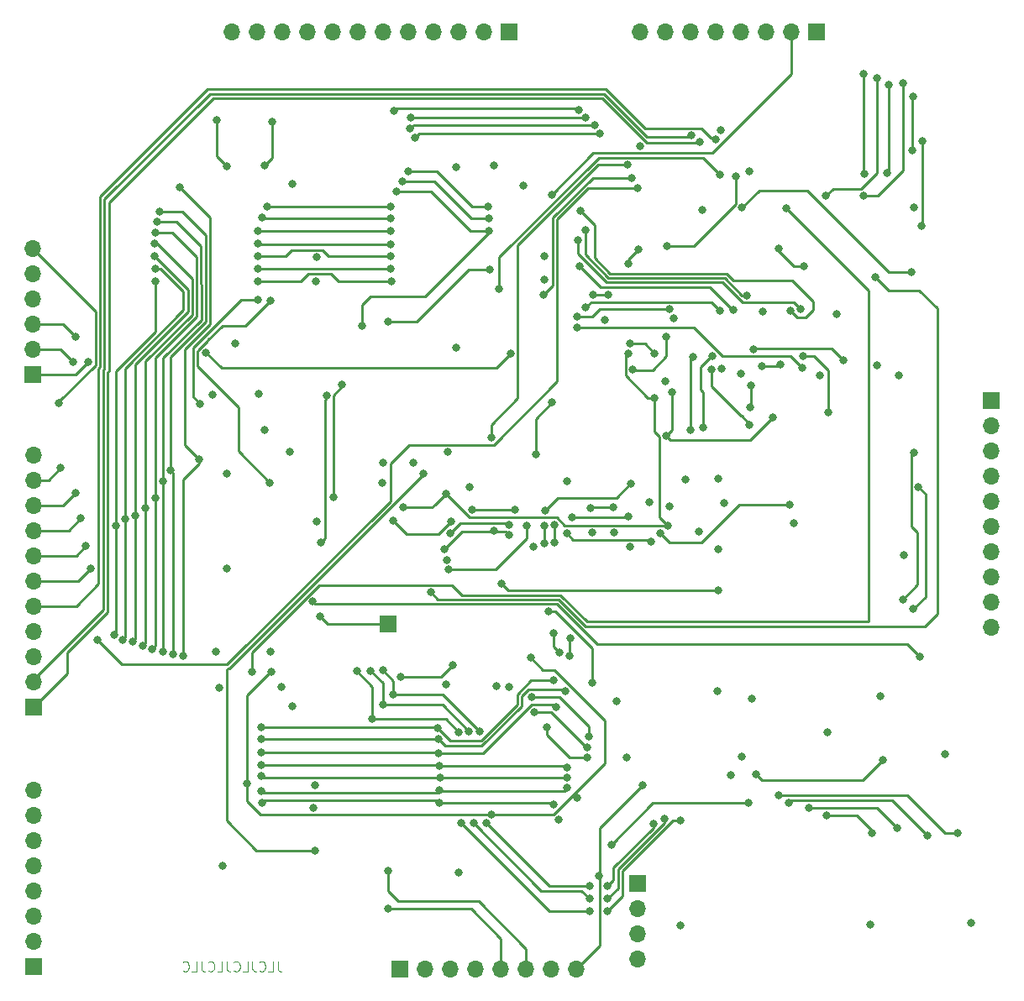
<source format=gbr>
%TF.GenerationSoftware,KiCad,Pcbnew,(6.0.0-0)*%
%TF.CreationDate,2022-02-14T22:32:36-05:00*%
%TF.ProjectId,control-unit,636f6e74-726f-46c2-9d75-6e69742e6b69,rev?*%
%TF.SameCoordinates,Original*%
%TF.FileFunction,Copper,L4,Bot*%
%TF.FilePolarity,Positive*%
%FSLAX46Y46*%
G04 Gerber Fmt 4.6, Leading zero omitted, Abs format (unit mm)*
G04 Created by KiCad (PCBNEW (6.0.0-0)) date 2022-02-14 22:32:36*
%MOMM*%
%LPD*%
G01*
G04 APERTURE LIST*
%ADD10C,0.100000*%
%TA.AperFunction,NonConductor*%
%ADD11C,0.100000*%
%TD*%
%TA.AperFunction,ComponentPad*%
%ADD12R,1.700000X1.700000*%
%TD*%
%TA.AperFunction,ComponentPad*%
%ADD13O,1.700000X1.700000*%
%TD*%
%TA.AperFunction,ViaPad*%
%ADD14C,0.800000*%
%TD*%
%TA.AperFunction,Conductor*%
%ADD15C,0.250000*%
%TD*%
G04 APERTURE END LIST*
D10*
D11*
X109013047Y-151344380D02*
X109013047Y-152058666D01*
X109060666Y-152201523D01*
X109155904Y-152296761D01*
X109298761Y-152344380D01*
X109394000Y-152344380D01*
X108060666Y-152344380D02*
X108536857Y-152344380D01*
X108536857Y-151344380D01*
X107155904Y-152249142D02*
X107203523Y-152296761D01*
X107346380Y-152344380D01*
X107441619Y-152344380D01*
X107584476Y-152296761D01*
X107679714Y-152201523D01*
X107727333Y-152106285D01*
X107774952Y-151915809D01*
X107774952Y-151772952D01*
X107727333Y-151582476D01*
X107679714Y-151487238D01*
X107584476Y-151392000D01*
X107441619Y-151344380D01*
X107346380Y-151344380D01*
X107203523Y-151392000D01*
X107155904Y-151439619D01*
X106441619Y-151344380D02*
X106441619Y-152058666D01*
X106489238Y-152201523D01*
X106584476Y-152296761D01*
X106727333Y-152344380D01*
X106822571Y-152344380D01*
X105489238Y-152344380D02*
X105965428Y-152344380D01*
X105965428Y-151344380D01*
X104584476Y-152249142D02*
X104632095Y-152296761D01*
X104774952Y-152344380D01*
X104870190Y-152344380D01*
X105013047Y-152296761D01*
X105108285Y-152201523D01*
X105155904Y-152106285D01*
X105203523Y-151915809D01*
X105203523Y-151772952D01*
X105155904Y-151582476D01*
X105108285Y-151487238D01*
X105013047Y-151392000D01*
X104870190Y-151344380D01*
X104774952Y-151344380D01*
X104632095Y-151392000D01*
X104584476Y-151439619D01*
X103870190Y-151344380D02*
X103870190Y-152058666D01*
X103917809Y-152201523D01*
X104013047Y-152296761D01*
X104155904Y-152344380D01*
X104251142Y-152344380D01*
X102917809Y-152344380D02*
X103394000Y-152344380D01*
X103394000Y-151344380D01*
X102013047Y-152249142D02*
X102060666Y-152296761D01*
X102203523Y-152344380D01*
X102298761Y-152344380D01*
X102441619Y-152296761D01*
X102536857Y-152201523D01*
X102584476Y-152106285D01*
X102632095Y-151915809D01*
X102632095Y-151772952D01*
X102584476Y-151582476D01*
X102536857Y-151487238D01*
X102441619Y-151392000D01*
X102298761Y-151344380D01*
X102203523Y-151344380D01*
X102060666Y-151392000D01*
X102013047Y-151439619D01*
X101298761Y-151344380D02*
X101298761Y-152058666D01*
X101346380Y-152201523D01*
X101441619Y-152296761D01*
X101584476Y-152344380D01*
X101679714Y-152344380D01*
X100346380Y-152344380D02*
X100822571Y-152344380D01*
X100822571Y-151344380D01*
X99441619Y-152249142D02*
X99489238Y-152296761D01*
X99632095Y-152344380D01*
X99727333Y-152344380D01*
X99870190Y-152296761D01*
X99965428Y-152201523D01*
X100013047Y-152106285D01*
X100060666Y-151915809D01*
X100060666Y-151772952D01*
X100013047Y-151582476D01*
X99965428Y-151487238D01*
X99870190Y-151392000D01*
X99727333Y-151344380D01*
X99632095Y-151344380D01*
X99489238Y-151392000D01*
X99441619Y-151439619D01*
D12*
%TO.P,J9,1,Pin_1*%
%TO.N,Net-(U12-Pad22)*%
X120142000Y-117348000D03*
%TD*%
%TO.P,J8,1,Pin_1*%
%TO.N,Net-(U15-Pad22)*%
X145288000Y-143510000D03*
D13*
%TO.P,J8,2,Pin_2*%
%TO.N,Net-(U15-Pad21)*%
X145288000Y-146050000D03*
%TO.P,J8,3,Pin_3*%
%TO.N,Net-(U15-Pad20)*%
X145288000Y-148590000D03*
%TO.P,J8,4,Pin_4*%
%TO.N,Net-(U15-Pad19)*%
X145288000Y-151130000D03*
%TD*%
D12*
%TO.P,J1,1,Pin_1*%
%TO.N,~{READ}*%
X121356000Y-152077000D03*
D13*
%TO.P,J1,2,Pin_2*%
%TO.N,~{WRITE}*%
X123896000Y-152077000D03*
%TO.P,J1,3,Pin_3*%
%TO.N,~{IRQ_MASK_PORT_EN}*%
X126436000Y-152077000D03*
%TO.P,J1,4,Pin_4*%
%TO.N,~{IO_REQUEST}*%
X128976000Y-152077000D03*
%TO.P,J1,5,Pin_5*%
%TO.N,~{CPU_INTERRUPT}*%
X131516000Y-152077000D03*
%TO.P,J1,6,Pin_6*%
%TO.N,~{RESET_IN}*%
X134056000Y-152077000D03*
%TO.P,J1,7,Pin_7*%
%TO.N,CLOCK*%
X136596000Y-152077000D03*
%TO.P,J1,8,Pin_8*%
%TO.N,~{CLOCK}*%
X139136000Y-152077000D03*
%TD*%
D12*
%TO.P,J3,1,Pin_1*%
%TO.N,~{LATCH_FLAGS}*%
X84446000Y-125675000D03*
D13*
%TO.P,J3,2,Pin_2*%
%TO.N,RESTORE_FLAGS*%
X84446000Y-123135000D03*
%TO.P,J3,3,Pin_3*%
%TO.N,~{FLAGS_OUT}*%
X84446000Y-120595000D03*
%TO.P,J3,4,Pin_4*%
%TO.N,~{LATCH_B}*%
X84446000Y-118055000D03*
%TO.P,J3,5,Pin_5*%
%TO.N,~{LATCH_ACCUMULATOR}*%
X84446000Y-115515000D03*
%TO.P,J3,6,Pin_6*%
%TO.N,ALU_FUNC_0*%
X84446000Y-112975000D03*
%TO.P,J3,7,Pin_7*%
%TO.N,ALU_FUNC_1*%
X84446000Y-110435000D03*
%TO.P,J3,8,Pin_8*%
%TO.N,ALU_FUNC_2*%
X84446000Y-107895000D03*
%TO.P,J3,9,Pin_9*%
%TO.N,ALU_FUNC_3*%
X84446000Y-105355000D03*
%TO.P,J3,10,Pin_10*%
%TO.N,ALU_FUNC_4*%
X84446000Y-102815000D03*
%TO.P,J3,11,Pin_11*%
%TO.N,ALU_FUNC_5_EN*%
X84446000Y-100275000D03*
%TD*%
D12*
%TO.P,J4,1,Pin_1*%
%TO.N,BUS0*%
X180916000Y-94812000D03*
D13*
%TO.P,J4,2,Pin_2*%
%TO.N,BUS1*%
X180916000Y-97352000D03*
%TO.P,J4,3,Pin_3*%
%TO.N,BUS2*%
X180916000Y-99892000D03*
%TO.P,J4,4,Pin_4*%
%TO.N,BUS3*%
X180916000Y-102432000D03*
%TO.P,J4,5,Pin_5*%
%TO.N,BUS4*%
X180916000Y-104972000D03*
%TO.P,J4,6,Pin_6*%
%TO.N,BUS5*%
X180916000Y-107512000D03*
%TO.P,J4,7,Pin_7*%
%TO.N,BUS6*%
X180916000Y-110052000D03*
%TO.P,J4,8,Pin_8*%
%TO.N,BUS7*%
X180916000Y-112592000D03*
%TO.P,J4,9,Pin_9*%
%TO.N,GND*%
X180916000Y-115132000D03*
%TO.P,J4,10,Pin_10*%
%TO.N,VCC*%
X180916000Y-117672000D03*
%TD*%
D12*
%TO.P,J5,1,Pin_1*%
%TO.N,JCC_ADR0*%
X84328000Y-92167000D03*
D13*
%TO.P,J5,2,Pin_2*%
%TO.N,JCC_ADR1*%
X84328000Y-89627000D03*
%TO.P,J5,3,Pin_3*%
%TO.N,JCC_ADR2*%
X84328000Y-87087000D03*
%TO.P,J5,4,Pin_4*%
%TO.N,JCC_ADR3*%
X84328000Y-84547000D03*
%TO.P,J5,5,Pin_5*%
%TO.N,~{JCC_EN}*%
X84328000Y-82007000D03*
%TO.P,J5,6,Pin_6*%
%TO.N,JCC_LD_PC_COND*%
X84328000Y-79467000D03*
%TD*%
D12*
%TO.P,J6,1,Pin_1*%
%TO.N,~{LATCH_MAR}*%
X132319000Y-57658000D03*
D13*
%TO.P,J6,2,Pin_2*%
%TO.N,~{LATCH_DATA_SEGMENT}*%
X129779000Y-57658000D03*
%TO.P,J6,3,Pin_3*%
%TO.N,~{LATCH_CODE_SEGMENT}*%
X127239000Y-57658000D03*
%TO.P,J6,4,Pin_4*%
%TO.N,~{LATCH_STACK_SEGMENT}*%
X124699000Y-57658000D03*
%TO.P,J6,5,Pin_5*%
%TO.N,~{DATA_SEGMENT_OUT}*%
X122159000Y-57658000D03*
%TO.P,J6,6,Pin_6*%
%TO.N,~{CODE_SEGMENT_OUT}*%
X119619000Y-57658000D03*
%TO.P,J6,7,Pin_7*%
%TO.N,~{STACK_SEGMENT_OUT}*%
X117079000Y-57658000D03*
%TO.P,J6,8,Pin_8*%
%TO.N,~{USE_DATA_SEGMENT}*%
X114539000Y-57658000D03*
%TO.P,J6,9,Pin_9*%
%TO.N,~{USE_CODE_SEGMENT}*%
X111999000Y-57658000D03*
%TO.P,J6,10,Pin_10*%
%TO.N,~{USE_STACK_SEGMENT}*%
X109459000Y-57658000D03*
%TO.P,J6,11,Pin_11*%
%TO.N,~{MEM_READ}*%
X106919000Y-57658000D03*
%TO.P,J6,12,Pin_12*%
%TO.N,~{MEM_WRITE}*%
X104379000Y-57658000D03*
%TD*%
D12*
%TO.P,J7,1,Pin_1*%
%TO.N,~{PC_BUS_OUT}*%
X163316000Y-57642000D03*
D13*
%TO.P,J7,2,Pin_2*%
%TO.N,~{PC_LOAD}*%
X160776000Y-57642000D03*
%TO.P,J7,3,Pin_3*%
%TO.N,~{PC_INC}*%
X158236000Y-57642000D03*
%TO.P,J7,4,Pin_4*%
%TO.N,~{PC_DEC}*%
X155696000Y-57642000D03*
%TO.P,J7,5,Pin_5*%
%TO.N,~{SP_BUS_OUT}*%
X153156000Y-57642000D03*
%TO.P,J7,6,Pin_6*%
%TO.N,~{SP_LOAD}*%
X150616000Y-57642000D03*
%TO.P,J7,7,Pin_7*%
%TO.N,~{SP_INC}*%
X148076000Y-57642000D03*
%TO.P,J7,8,Pin_8*%
%TO.N,~{SP_DEC}*%
X145536000Y-57642000D03*
%TD*%
D12*
%TO.P,J2,1,Pin_1*%
%TO.N,~{SOFTWARE_RESET}*%
X84446000Y-151832000D03*
D13*
%TO.P,J2,2,Pin_2*%
%TO.N,GPR6*%
X84446000Y-149292000D03*
%TO.P,J2,3,Pin_3*%
%TO.N,GPR5*%
X84446000Y-146752000D03*
%TO.P,J2,4,Pin_4*%
%TO.N,GPR4*%
X84446000Y-144212000D03*
%TO.P,J2,5,Pin_5*%
%TO.N,GPR3*%
X84446000Y-141672000D03*
%TO.P,J2,6,Pin_6*%
%TO.N,GPR2*%
X84446000Y-139132000D03*
%TO.P,J2,7,Pin_7*%
%TO.N,GPR1*%
X84446000Y-136592000D03*
%TO.P,J2,8,Pin_8*%
%TO.N,GPR0*%
X84446000Y-134052000D03*
%TD*%
D14*
%TO.N,~{SP_BUS_OUT}*%
X170434000Y-71882000D03*
%TO.N,Net-(U16-Pad5)*%
X162052000Y-81280000D03*
X159512000Y-79502000D03*
%TO.N,~{FLAGS_OUT}*%
X160274000Y-75438000D03*
%TO.N,~{SP_LOAD}*%
X172974000Y-69596000D03*
%TO.N,~{LATCH_MAR}*%
X173946000Y-68652304D03*
%TO.N,~{RESET_IN}*%
X120142000Y-142240000D03*
%TO.N,~{CPU_INTERRUPT}*%
X120142000Y-146050000D03*
%TO.N,INST3*%
X126676999Y-121461001D03*
X121412000Y-122682000D03*
%TO.N,ALU_FUNC_0*%
X90170000Y-111760000D03*
%TO.N,ALU_FUNC_1*%
X89662000Y-109474000D03*
%TO.N,ALU_FUNC_2*%
X89154000Y-106680000D03*
%TO.N,ALU_FUNC_3*%
X88646000Y-104140000D03*
%TO.N,ALU_FUNC_4*%
X87122000Y-101600000D03*
%TO.N,Net-(U12-Pad22)*%
X113284000Y-116586000D03*
%TO.N,JCC_ADR0*%
X89916000Y-90932000D03*
%TO.N,JCC_ADR1*%
X88392000Y-90932000D03*
%TO.N,JCC_ADR2*%
X88646000Y-88392000D03*
%TO.N,MEM1*%
X150622000Y-97790000D03*
X150876000Y-90424000D03*
%TO.N,MEM2*%
X151892000Y-97536000D03*
X152798700Y-90314700D03*
%TO.N,~{RESET_IN}*%
X126403701Y-108169701D03*
X132366599Y-107312710D03*
%TO.N,~{CLOCK}*%
X141385269Y-142710500D03*
%TO.N,~{RESET}*%
X148349220Y-107400511D03*
X125946000Y-104182000D03*
X121663299Y-105584701D03*
X144335831Y-90032999D03*
X144366000Y-81022000D03*
X147017579Y-94505456D03*
X145386000Y-79542000D03*
%TO.N,~{LATCH_ACCUMULATOR}*%
X155166000Y-72212000D03*
X153186803Y-68438943D03*
X148246000Y-79192000D03*
%TO.N,~{LATCH_B}*%
X145286000Y-73412000D03*
X90826000Y-118952000D03*
%TO.N,~{FLAGS_OUT}*%
X106416000Y-122132000D03*
%TO.N,RESTORE_FLAGS*%
X150727400Y-68066500D03*
%TO.N,~{LATCH_FLAGS}*%
X151520903Y-68717829D03*
%TO.N,JCC_LD_PC_COND*%
X86956000Y-95072000D03*
%TO.N,INSTRUCTION_4*%
X138709445Y-106597500D03*
X144329107Y-106485107D03*
%TO.N,INSTRUCTION_0*%
X160646000Y-105262000D03*
X147574000Y-108204000D03*
%TO.N,GND*%
X112856000Y-82792000D03*
X155766000Y-130702000D03*
X148066000Y-92842000D03*
X161036000Y-107188000D03*
X126136000Y-99971873D03*
X127256000Y-142352000D03*
X133766000Y-73152000D03*
X171646000Y-92232000D03*
X153986000Y-105162000D03*
X144546000Y-109546500D03*
X126021304Y-110857883D03*
X149558151Y-147749500D03*
X173166000Y-75352000D03*
X135926000Y-82582999D03*
X102776000Y-120142000D03*
X112928133Y-80346500D03*
X103906000Y-102182000D03*
X126966000Y-71242000D03*
X164446000Y-128232000D03*
X132334000Y-123698000D03*
X107076000Y-94142000D03*
X112966000Y-106952000D03*
X151806000Y-75562000D03*
X110486000Y-72992000D03*
X102870000Y-66548000D03*
X155696000Y-92062000D03*
X148476000Y-105502000D03*
X103886000Y-111712000D03*
X178853500Y-147495500D03*
X122682000Y-101092000D03*
X172121500Y-110374086D03*
X156526000Y-71642000D03*
X138186000Y-102952000D03*
X153406000Y-109792000D03*
X125986000Y-123422000D03*
X103136000Y-123752000D03*
X112753300Y-133576500D03*
X104706000Y-89002000D03*
X134816000Y-109522000D03*
X135926000Y-80232000D03*
X119634000Y-101092000D03*
X103436000Y-141662000D03*
X168758651Y-147646000D03*
X103886000Y-71142000D03*
X176296000Y-130462000D03*
X127006000Y-89482000D03*
X110266000Y-99922000D03*
X110476000Y-125642000D03*
X137360189Y-137060478D03*
X112614978Y-135837500D03*
X163646000Y-92242000D03*
%TO.N,VCC*%
X153426000Y-102692000D03*
X154696000Y-132552000D03*
X140684789Y-108097500D03*
X107716000Y-97746500D03*
X148926000Y-86472000D03*
X131086000Y-123622000D03*
X109356000Y-123702000D03*
X142826000Y-105582000D03*
X151426000Y-108022000D03*
X119576000Y-103062000D03*
X169376000Y-91262000D03*
X156806000Y-124892000D03*
X165336000Y-86032000D03*
X128326000Y-103512000D03*
X153670000Y-67564000D03*
X150085468Y-102782062D03*
X102406000Y-94202000D03*
X107696000Y-71112000D03*
X130826000Y-71052000D03*
X108458000Y-66692000D03*
X169726000Y-124582000D03*
X145495747Y-69107753D03*
X141996000Y-86682000D03*
X153753723Y-91602385D03*
X153316000Y-124122000D03*
X142876000Y-108092000D03*
X140556000Y-105592000D03*
X146448805Y-105001115D03*
X144176000Y-130812000D03*
X157866000Y-85842000D03*
X143206000Y-125112000D03*
X108286000Y-120122000D03*
%TO.N,~{JCC_EN}*%
X101781222Y-89947032D03*
X132471500Y-90062000D03*
%TO.N,~{SP_BUS_OUT}*%
X170576000Y-62982000D03*
%TO.N,~{SP_LOAD}*%
X173016000Y-64132000D03*
%TO.N,~{PC_BUS_OUT}*%
X168046000Y-74142000D03*
X172036000Y-62822000D03*
%TO.N,~{PC_LOAD}*%
X134076000Y-107442000D03*
X134996000Y-100222000D03*
X136674425Y-94967500D03*
X126196000Y-111842000D03*
X136620606Y-74032795D03*
%TO.N,~{PC_INC}*%
X168076000Y-61837989D03*
X168106000Y-71932000D03*
%TO.N,~{PC_DEC}*%
X164236000Y-74152000D03*
X169416000Y-62287500D03*
%TO.N,~{RESET_STEP_COUNTER}*%
X144686000Y-72322000D03*
X135836000Y-84092000D03*
%TO.N,Net-(U2-Pad1)*%
X170016000Y-131052000D03*
X157206000Y-132512000D03*
%TO.N,Net-(D14-Pad2)*%
X146600010Y-109008728D03*
X138176000Y-108204000D03*
%TO.N,Net-(U1-Pad9)*%
X155819937Y-75293878D03*
X172856000Y-81802000D03*
X173150500Y-100064168D03*
X172036000Y-114822000D03*
%TO.N,~{TRIGGER_RESET_STEP}*%
X144232026Y-71016500D03*
X130518273Y-98522872D03*
%TO.N,MEM0*%
X148771500Y-93912333D03*
X158946000Y-96462000D03*
X148197327Y-98369531D03*
%TO.N,~{SPR_FLAGS_ACC_B_EN}*%
X153586000Y-72012000D03*
X131346000Y-83562000D03*
%TO.N,MEM2*%
X156966000Y-89592000D03*
X165996000Y-90722000D03*
%TO.N,~{SEGMENT_REGISTER_EN}*%
X156548019Y-97208618D03*
X152725299Y-91631299D03*
%TO.N,~{LATCH_MAR}*%
X173926489Y-77181511D03*
%TO.N,/~{WR_STACK}*%
X156676000Y-93262000D03*
X156666000Y-95432000D03*
%TO.N,/~{WR_DATA}*%
X164516000Y-96006011D03*
X161923700Y-90299700D03*
%TO.N,~{USE_CODE_SEGMENT}*%
X139271500Y-78642000D03*
X161685668Y-85562121D03*
%TO.N,Net-(U10-Pad4)*%
X169276000Y-82362000D03*
X124417297Y-114126500D03*
%TO.N,SPR_FLAGS_ACC_B_CNTL_3*%
X139336000Y-65542000D03*
X120697128Y-65566500D03*
%TO.N,SPR_FLAGS_ACC_B_CNTL_2*%
X122428000Y-66266500D03*
X140029603Y-66271510D03*
%TO.N,SPR_FLAGS_ACC_B_CNTL_1*%
X122370535Y-67376064D03*
X140959340Y-66996010D03*
%TO.N,SPR_FLAGS_ACC_B_CNTL_0*%
X141468447Y-67856135D03*
X122840245Y-68258322D03*
%TO.N,~{USE_STACK_SEGMENT}*%
X156316000Y-84192000D03*
X139996000Y-77602000D03*
X159686000Y-91162000D03*
X157796000Y-91312000D03*
%TO.N,~{USE_DATA_SEGMENT}*%
X161866822Y-91455521D03*
X139166000Y-87452000D03*
%TO.N,~{MEM_READ}*%
X160666000Y-85702000D03*
X139496000Y-75632000D03*
%TO.N,Net-(U18-Pad11)*%
X173600500Y-103482000D03*
X173076000Y-115832000D03*
%TO.N,~{LATCH_STACK_SEGMENT}*%
X140818864Y-84139126D03*
X142296000Y-84139126D03*
%TO.N,Net-(U13-Pad10)*%
X147016000Y-90012000D03*
X144491675Y-89045721D03*
%TO.N,Net-(U13-Pad14)*%
X148196000Y-88347989D03*
X144806000Y-91692000D03*
%TO.N,~{STACK_SEGMENT_OUT}*%
X139436000Y-81222000D03*
X154946000Y-85692000D03*
%TO.N,~{DATA_SEGMENT_OUT}*%
X153586000Y-85732000D03*
X140056000Y-85432000D03*
%TO.N,~{CODE_SEGMENT_OUT}*%
X139206000Y-86302000D03*
X148459337Y-85588127D03*
%TO.N,~{INSTRUCTION_REG_IN}*%
X173736000Y-120650000D03*
X112527003Y-115067003D03*
%TO.N,INST7*%
X130276000Y-77712000D03*
X114646000Y-104512000D03*
X120966000Y-73752000D03*
X140701812Y-123210062D03*
X115516000Y-93192000D03*
X116976000Y-122052000D03*
X136906000Y-109142000D03*
X136906000Y-107342000D03*
X127276000Y-128212000D03*
X117516000Y-87262000D03*
X118566000Y-126872000D03*
X136322871Y-116040500D03*
%TO.N,INST2*%
X142240000Y-143764000D03*
X107326000Y-127762000D03*
X140462000Y-143764000D03*
X98446000Y-120362000D03*
X107936631Y-75241321D03*
X97110181Y-75741478D03*
X130048000Y-137414000D03*
X125146000Y-127832000D03*
X120406000Y-75232000D03*
X136812549Y-123012253D03*
X98205000Y-101852000D03*
X146870849Y-137472849D03*
%TO.N,INST1*%
X107346000Y-128952000D03*
X148023104Y-136956298D03*
X142240000Y-145034000D03*
X125216000Y-128932000D03*
X97416000Y-120072000D03*
X107395123Y-76338278D03*
X128778000Y-137414000D03*
X140462000Y-145034000D03*
X97480500Y-102961526D03*
X120406000Y-76422000D03*
X138013700Y-124114298D03*
X96866000Y-76782000D03*
%TO.N,INST0*%
X96656000Y-77852000D03*
X107021500Y-77722000D03*
X127508000Y-137414000D03*
X96690500Y-104657959D03*
X96377661Y-119846292D03*
X142240000Y-146304000D03*
X107356000Y-130242000D03*
X137047089Y-125692500D03*
X125246000Y-130342000D03*
X149606000Y-137160000D03*
X120406000Y-77722000D03*
X140462000Y-146304000D03*
%TO.N,STEP3*%
X96576000Y-78992000D03*
X138176000Y-131826000D03*
X125326000Y-131632000D03*
X107021500Y-78992000D03*
X120416000Y-79012000D03*
X107346000Y-131552000D03*
X95691500Y-105622200D03*
X168910000Y-138430000D03*
X164338000Y-136652000D03*
X95386000Y-119512000D03*
%TO.N,STEP2*%
X138176000Y-132842000D03*
X94661500Y-106362000D03*
X94396000Y-119072000D03*
X107381110Y-132627500D03*
X162560000Y-135890000D03*
X96606000Y-80262000D03*
X107021500Y-80252000D03*
X171450000Y-137922000D03*
X120396000Y-80272000D03*
X125346000Y-132852000D03*
%TO.N,STEP1*%
X93606000Y-106762000D03*
X160542448Y-135344500D03*
X93396147Y-118923779D03*
X138176000Y-133858000D03*
X120406000Y-81492000D03*
X174498000Y-138684000D03*
X96656000Y-81512000D03*
X125326000Y-134112000D03*
X107021500Y-81502000D03*
X107384731Y-134146500D03*
%TO.N,STEP0*%
X156464000Y-135382000D03*
X159512000Y-134620000D03*
X92533300Y-118419300D03*
X107021500Y-82802000D03*
X136780400Y-135527600D03*
X96696000Y-82802000D03*
X125336000Y-135392000D03*
X120446000Y-82812000D03*
X107406000Y-135312000D03*
X177546000Y-138430000D03*
X142625299Y-139568701D03*
X92677879Y-107397719D03*
%TO.N,INST5*%
X130276000Y-76412000D03*
X121536000Y-72672000D03*
X108256000Y-84692000D03*
X138546000Y-118722000D03*
X119586000Y-125482000D03*
X138384811Y-120543235D03*
X128273672Y-128151535D03*
X108226000Y-103092000D03*
X118346000Y-122032000D03*
X140208000Y-130810000D03*
X136144000Y-127762000D03*
%TO.N,INST6*%
X144566000Y-103212000D03*
X108376000Y-122172000D03*
X135943364Y-105868008D03*
X120156000Y-86852000D03*
X135886000Y-109192000D03*
X113921500Y-94310572D03*
X105926000Y-133436500D03*
X139192000Y-134874000D03*
X135886000Y-107452000D03*
X130559867Y-136555514D03*
X130346000Y-81582000D03*
X134511553Y-120736500D03*
X113366000Y-109122000D03*
%TO.N,INST4*%
X120666000Y-124412000D03*
X129366000Y-128152000D03*
X122136000Y-71722000D03*
X140208000Y-129794000D03*
X101206000Y-95112000D03*
X119636000Y-122012000D03*
X130246000Y-75212000D03*
X107016000Y-84662000D03*
X137439270Y-120219263D03*
X136796000Y-118242000D03*
X134874000Y-126238000D03*
%TO.N,INST3*%
X140335000Y-128651000D03*
X134620000Y-124714000D03*
X101104639Y-100723459D03*
X99126000Y-73282000D03*
X99496000Y-120532000D03*
%TO.N,~{CLOCK}*%
X145806000Y-133582000D03*
%TO.N,~{SOFTWARE_RESET}*%
X112766000Y-140162000D03*
X128626000Y-105832000D03*
X132946500Y-105776166D03*
X123676000Y-102162000D03*
%TO.N,~{INTERRUPT_HANDLER_EN}*%
X125786000Y-109812000D03*
X132346000Y-108312000D03*
X130810000Y-107950000D03*
%TO.N,Net-(U19-Pad2)*%
X153446000Y-113952000D03*
X131576000Y-113282000D03*
%TO.N,Net-(U10-Pad3)*%
X120650000Y-106934000D03*
X126476000Y-106982000D03*
%TD*%
D15*
%TO.N,INSTRUCTION_0*%
X155540600Y-105262000D02*
X151686099Y-109116501D01*
X148486501Y-109116501D02*
X147574000Y-108204000D01*
X151686099Y-109116501D02*
X148486501Y-109116501D01*
X160646000Y-105262000D02*
X155540600Y-105262000D01*
%TO.N,Net-(U10-Pad3)*%
X121968000Y-108252000D02*
X120650000Y-106934000D01*
X126476000Y-106982000D02*
X125206000Y-108252000D01*
X125206000Y-108252000D02*
X121968000Y-108252000D01*
%TO.N,MEM1*%
X150622000Y-97790000D02*
X150622000Y-90678000D01*
X150622000Y-90678000D02*
X150876000Y-90424000D01*
%TO.N,Net-(U16-Pad5)*%
X161036000Y-81280000D02*
X162052000Y-81280000D01*
X159512000Y-79756000D02*
X161036000Y-81280000D01*
X159512000Y-79502000D02*
X159512000Y-79756000D01*
%TO.N,~{FLAGS_OUT}*%
X126596000Y-113402000D02*
X113167408Y-113402000D01*
X127610978Y-114416978D02*
X126596000Y-113402000D01*
X113167408Y-113402000D02*
X106416000Y-120153408D01*
X137532385Y-114416978D02*
X127610978Y-114416978D01*
X140197408Y-117082000D02*
X137532385Y-114416978D01*
X106416000Y-120153408D02*
X106416000Y-122132000D01*
X168546000Y-83710000D02*
X168546000Y-117082000D01*
X168546000Y-117082000D02*
X140197408Y-117082000D01*
X160274000Y-75438000D02*
X168546000Y-83710000D01*
%TO.N,~{SP_BUS_OUT}*%
X170576000Y-71452000D02*
X170576000Y-71740000D01*
X170576000Y-71740000D02*
X170434000Y-71882000D01*
%TO.N,~{SP_LOAD}*%
X172982536Y-69371853D02*
X172982536Y-69587464D01*
X172982536Y-69587464D02*
X172974000Y-69596000D01*
%TO.N,VCC*%
X108458000Y-70350000D02*
X108458000Y-66692000D01*
X107696000Y-71112000D02*
X108458000Y-70350000D01*
%TO.N,GND*%
X103886000Y-71142000D02*
X102870000Y-70126000D01*
X102870000Y-70126000D02*
X102870000Y-66548000D01*
%TO.N,STEP0*%
X159512000Y-134620000D02*
X172466000Y-134620000D01*
X172466000Y-134620000D02*
X176276000Y-138430000D01*
X176276000Y-138430000D02*
X177546000Y-138430000D01*
%TO.N,STEP2*%
X169418000Y-135890000D02*
X171450000Y-137922000D01*
X162560000Y-135890000D02*
X169418000Y-135890000D01*
%TO.N,STEP1*%
X160542448Y-135344500D02*
X160758948Y-135128000D01*
X160758948Y-135128000D02*
X170942000Y-135128000D01*
X170942000Y-135128000D02*
X174498000Y-138684000D01*
%TO.N,INST1*%
X143314489Y-143959511D02*
X143314490Y-142053806D01*
%TO.N,INST2*%
X146870849Y-137854553D02*
X146870849Y-137472849D01*
X142864979Y-141860423D02*
X146870849Y-137854553D01*
%TO.N,INST1*%
X148023104Y-137345192D02*
X148023104Y-136956298D01*
%TO.N,INST2*%
X142864979Y-143139021D02*
X142864979Y-141860423D01*
%TO.N,INST1*%
X142240000Y-145034000D02*
X143314489Y-143959511D01*
X143314490Y-142053806D02*
X148023104Y-137345192D01*
%TO.N,INST0*%
X148844000Y-137160000D02*
X143764000Y-142240000D01*
X143764000Y-142240000D02*
X143764000Y-144780000D01*
%TO.N,INST2*%
X142240000Y-143764000D02*
X142864979Y-143139021D01*
%TO.N,INST0*%
X149606000Y-137160000D02*
X148844000Y-137160000D01*
X143764000Y-144780000D02*
X142240000Y-146304000D01*
%TO.N,~{RESET_IN}*%
X120142000Y-142240000D02*
X120142000Y-144272000D01*
X120142000Y-144272000D02*
X121158000Y-145288000D01*
X121158000Y-145288000D02*
X129286000Y-145288000D01*
X129286000Y-145288000D02*
X134056000Y-150058000D01*
X134056000Y-150058000D02*
X134056000Y-152077000D01*
%TO.N,~{CPU_INTERRUPT}*%
X120142000Y-146050000D02*
X128524000Y-146050000D01*
X131516000Y-149042000D02*
X131516000Y-152077000D01*
X128524000Y-146050000D02*
X131516000Y-149042000D01*
%TO.N,INST3*%
X125456000Y-122682000D02*
X126676999Y-121461001D01*
X121412000Y-122682000D02*
X125456000Y-122682000D01*
%TO.N,ALU_FUNC_0*%
X90170000Y-111760000D02*
X88900000Y-113030000D01*
X88845000Y-112975000D02*
X84446000Y-112975000D01*
X88900000Y-113030000D02*
X88845000Y-112975000D01*
%TO.N,~{LATCH_ACCUMULATOR}*%
X84446000Y-115515000D02*
X88701000Y-115515000D01*
X90966000Y-113250000D02*
X90966000Y-91542304D01*
X90966000Y-91542304D02*
X91090012Y-91418292D01*
X101916000Y-63402000D02*
X142086000Y-63402000D01*
X91090012Y-91418292D02*
X91090012Y-74227988D01*
X88701000Y-115515000D02*
X90966000Y-113250000D01*
X91090012Y-74227988D02*
X101916000Y-63402000D01*
X142086000Y-63402000D02*
X146026000Y-67342000D01*
X146026000Y-67342000D02*
X151686000Y-67342000D01*
X151686000Y-67342000D02*
X152676000Y-68332000D01*
X152676000Y-68332000D02*
X153316000Y-68332000D01*
%TO.N,ALU_FUNC_1*%
X89662000Y-109474000D02*
X88701000Y-110435000D01*
X88701000Y-110435000D02*
X84446000Y-110435000D01*
%TO.N,ALU_FUNC_2*%
X87939000Y-107895000D02*
X84446000Y-107895000D01*
X89154000Y-106680000D02*
X87939000Y-107895000D01*
%TO.N,ALU_FUNC_3*%
X88646000Y-104140000D02*
X87376000Y-105410000D01*
X87376000Y-105410000D02*
X87122000Y-105410000D01*
X87122000Y-105410000D02*
X87067000Y-105355000D01*
X87067000Y-105355000D02*
X84446000Y-105355000D01*
%TO.N,ALU_FUNC_4*%
X87122000Y-101600000D02*
X85907000Y-102815000D01*
X85907000Y-102815000D02*
X84446000Y-102815000D01*
%TO.N,Net-(U12-Pad22)*%
X120142000Y-117348000D02*
X114046000Y-117348000D01*
X114046000Y-117348000D02*
X113284000Y-116586000D01*
%TO.N,STEP0*%
X92677879Y-107397719D02*
X92677879Y-91849601D01*
X92677879Y-91849601D02*
X96696000Y-87831480D01*
X96696000Y-87831480D02*
X96696000Y-82802000D01*
%TO.N,INST4*%
X107016000Y-84662000D02*
X105283447Y-84662000D01*
X105283447Y-84662000D02*
X100506489Y-89438958D01*
X100506489Y-89438958D02*
X100506489Y-94412489D01*
X100506489Y-94412489D02*
X101206000Y-95112000D01*
%TO.N,INST3*%
X99126000Y-73282000D02*
X102193061Y-76349061D01*
X99653047Y-99271867D02*
X101104639Y-100723459D01*
X102193061Y-76349061D02*
X102193061Y-82689134D01*
X102193061Y-82689134D02*
X102202576Y-82698649D01*
X102202576Y-87107165D02*
X99653047Y-89656694D01*
X102202576Y-82698649D02*
X102202576Y-87107165D01*
X99653047Y-89656694D02*
X99653047Y-99271867D01*
%TO.N,~{JCC_EN}*%
X132471500Y-90062000D02*
X131031500Y-91502000D01*
%TO.N,INST5*%
X101822632Y-88881024D02*
X101003253Y-89700403D01*
%TO.N,~{JCC_EN}*%
X131031500Y-91502000D02*
X103336190Y-91502000D01*
%TO.N,INST5*%
X105036000Y-99902000D02*
X108226000Y-103092000D01*
X105036000Y-95442000D02*
X105036000Y-99902000D01*
X101003253Y-89700403D02*
X101003255Y-89790117D01*
X101003255Y-89790117D02*
X101003249Y-89790123D01*
X103461105Y-87222000D02*
X101954293Y-88728812D01*
X101954293Y-88749366D02*
X101822632Y-88881024D01*
X101003249Y-89790123D02*
X101003249Y-89790130D01*
X101954293Y-88728812D02*
X101954293Y-88749366D01*
X101003249Y-89790130D02*
X100956000Y-89837378D01*
X105726000Y-87222000D02*
X103461105Y-87222000D01*
X108256000Y-84692000D02*
X105726000Y-87222000D01*
X100956000Y-89837378D02*
X100956000Y-91362000D01*
%TO.N,~{JCC_EN}*%
X103336190Y-91502000D02*
X101781222Y-89947032D01*
%TO.N,INST5*%
X100956000Y-91362000D02*
X105036000Y-95442000D01*
%TO.N,STEP1*%
X99495999Y-83806295D02*
X99495999Y-85667185D01*
X96656000Y-81512000D02*
X97201704Y-81512000D01*
%TO.N,STEP2*%
X94661500Y-91137388D02*
X99945510Y-85853378D01*
%TO.N,STEP1*%
X99495999Y-85667185D02*
X93606000Y-91557184D01*
X97201704Y-81512000D02*
X99495999Y-83806295D01*
%TO.N,STEP2*%
X94661500Y-106362000D02*
X94661500Y-91137388D01*
%TO.N,STEP1*%
X93606000Y-91557184D02*
X93606000Y-106762000D01*
%TO.N,STEP2*%
X99945510Y-85853378D02*
X99945510Y-83601510D01*
X99945510Y-83601510D02*
X96606000Y-80262000D01*
%TO.N,STEP3*%
X100395030Y-83433934D02*
X100395030Y-86139278D01*
X100395030Y-86139278D02*
X95691500Y-90842808D01*
X95691500Y-90842808D02*
X95691500Y-105622200D01*
%TO.N,INST0*%
X96656000Y-77852000D02*
X98366000Y-77852000D01*
X98366000Y-77852000D02*
X100844531Y-80330531D01*
X100854043Y-86315969D02*
X96690500Y-90479512D01*
X100844531Y-80330531D02*
X100844531Y-83247716D01*
X100844531Y-83247716D02*
X100854043Y-83257227D01*
X100854043Y-83257227D02*
X100854043Y-86315969D01*
X96690500Y-90479512D02*
X96690500Y-104657959D01*
%TO.N,INST2*%
X101743551Y-82875328D02*
X101753065Y-82884842D01*
X99365478Y-75741478D02*
X101743551Y-78119551D01*
X97110181Y-75741478D02*
X99365478Y-75741478D01*
X101743551Y-78119551D02*
X101743551Y-82875328D01*
X101753065Y-82884842D02*
X101753065Y-86842639D01*
X101753065Y-86842639D02*
X98205000Y-90390704D01*
%TO.N,INST1*%
X101303554Y-83071035D02*
X101303554Y-86656446D01*
X101294041Y-79254337D02*
X101294041Y-83061522D01*
X101303554Y-86656446D02*
X97480500Y-90479500D01*
%TO.N,INST2*%
X98205000Y-90390704D02*
X98205000Y-101852000D01*
%TO.N,INST1*%
X98821704Y-76782000D02*
X101294041Y-79254337D01*
X96866000Y-76782000D02*
X98821704Y-76782000D01*
X101294041Y-83061522D02*
X101303554Y-83071035D01*
X97480500Y-90479500D02*
X97480500Y-102961526D01*
%TO.N,RESTORE_FLAGS*%
X141920297Y-63872001D02*
X146220296Y-68172000D01*
%TO.N,~{LATCH_FLAGS}*%
X87786000Y-120172000D02*
X91865022Y-116092978D01*
X84446000Y-125675000D02*
X87786000Y-122335000D01*
%TO.N,RESTORE_FLAGS*%
X150621900Y-68172000D02*
X150727400Y-68066500D01*
X102166000Y-63872000D02*
X141920297Y-63872001D01*
%TO.N,~{LATCH_FLAGS}*%
X91865021Y-91914691D02*
X91989034Y-91790678D01*
%TO.N,JCC_LD_PC_COND*%
X86956000Y-94916600D02*
X86956000Y-95072000D01*
%TO.N,RESTORE_FLAGS*%
X91539523Y-74498477D02*
X102166000Y-63872000D01*
X91539523Y-91604485D02*
X91539523Y-74498477D01*
%TO.N,~{LATCH_FLAGS}*%
X91865022Y-116092978D02*
X91865021Y-91914691D01*
X146203593Y-68791001D02*
X151447731Y-68791001D01*
%TO.N,RESTORE_FLAGS*%
X91415511Y-91728497D02*
X91539523Y-91604485D01*
X91415511Y-115906785D02*
X91415511Y-91728497D01*
%TO.N,JCC_LD_PC_COND*%
X90640501Y-85779501D02*
X90640501Y-91232099D01*
%TO.N,~{LATCH_FLAGS}*%
X141734103Y-64321511D02*
X146203593Y-68791001D01*
%TO.N,JCC_LD_PC_COND*%
X90640501Y-91232099D02*
X86956000Y-94916600D01*
%TO.N,JCC_ADR0*%
X84328000Y-92167000D02*
X88681000Y-92167000D01*
%TO.N,~{LATCH_FLAGS}*%
X87786000Y-122335000D02*
X87786000Y-120172000D01*
%TO.N,RESTORE_FLAGS*%
X84446000Y-122876296D02*
X91415511Y-115906785D01*
%TO.N,~{LATCH_FLAGS}*%
X102486489Y-64321511D02*
X141734103Y-64321511D01*
%TO.N,RESTORE_FLAGS*%
X146220296Y-68172000D02*
X150621900Y-68172000D01*
%TO.N,~{LATCH_FLAGS}*%
X91989034Y-74818966D02*
X102486489Y-64321511D01*
%TO.N,JCC_ADR0*%
X88681000Y-92167000D02*
X89916000Y-90932000D01*
%TO.N,~{LATCH_FLAGS}*%
X91989034Y-91790678D02*
X91989034Y-74818966D01*
%TO.N,JCC_LD_PC_COND*%
X84328000Y-79467000D02*
X90640501Y-85779501D01*
%TO.N,~{LATCH_FLAGS}*%
X151447731Y-68791001D02*
X151520903Y-68717829D01*
%TO.N,JCC_ADR1*%
X87087000Y-89627000D02*
X88392000Y-90932000D01*
X84328000Y-89627000D02*
X87087000Y-89627000D01*
%TO.N,JCC_ADR2*%
X84328000Y-87087000D02*
X87341000Y-87087000D01*
X87341000Y-87087000D02*
X88646000Y-88392000D01*
%TO.N,INSTRUCTION_4*%
X144232214Y-106582000D02*
X144329107Y-106485107D01*
X138724945Y-106582000D02*
X144232214Y-106582000D01*
X138709445Y-106597500D02*
X138724945Y-106582000D01*
%TO.N,MEM0*%
X148596297Y-98768501D02*
X148197327Y-98369531D01*
X158946000Y-96462000D02*
X156639499Y-98768501D01*
X156639499Y-98768501D02*
X148596297Y-98768501D01*
%TO.N,~{USE_DATA_SEGMENT}*%
X150960600Y-87452000D02*
X153825101Y-90316501D01*
X139166000Y-87452000D02*
X150960600Y-87452000D01*
X160727802Y-90316501D02*
X161866822Y-91455521D01*
X153825101Y-90316501D02*
X160727802Y-90316501D01*
%TO.N,MEM2*%
X151892000Y-93980000D02*
X151638000Y-93726000D01*
X151638000Y-91440000D02*
X152763300Y-90314700D01*
%TO.N,~{RESET}*%
X147017579Y-97968179D02*
X147017579Y-94505456D01*
X144081499Y-90287331D02*
X144081499Y-92252714D01*
X144335831Y-90032999D02*
X144081499Y-90287331D01*
%TO.N,MEM2*%
X151892000Y-97536000D02*
X151892000Y-93980000D01*
%TO.N,~{RESET}*%
X148349220Y-107400511D02*
X147470340Y-106521631D01*
%TO.N,~{SEGMENT_REGISTER_EN}*%
X156548019Y-97208618D02*
X156548019Y-97153217D01*
X155730486Y-96355684D02*
X155306084Y-95931282D01*
X155306084Y-95911282D02*
X152725299Y-93330497D01*
%TO.N,~{RESET}*%
X146334241Y-94505456D02*
X147017579Y-94505456D01*
X147470340Y-98420940D02*
X147017579Y-97968179D01*
X147470340Y-106521631D02*
X147470340Y-98420940D01*
%TO.N,~{SEGMENT_REGISTER_EN}*%
X152725299Y-93330497D02*
X152725299Y-91631299D01*
%TO.N,~{RESET}*%
X144081499Y-92252714D02*
X146334241Y-94505456D01*
%TO.N,~{SEGMENT_REGISTER_EN}*%
X156548019Y-97153217D02*
X155750486Y-96355684D01*
X155750486Y-96355684D02*
X155730486Y-96355684D01*
X155306084Y-95931282D02*
X155306084Y-95911282D01*
%TO.N,MEM2*%
X151638000Y-93726000D02*
X151638000Y-91440000D01*
X152763300Y-90314700D02*
X152798700Y-90314700D01*
%TO.N,~{CLOCK}*%
X141502441Y-142593328D02*
X141385269Y-142710500D01*
X141502441Y-142171578D02*
X141502441Y-142593328D01*
%TO.N,INST1*%
X139641511Y-144213511D02*
X140462000Y-145034000D01*
X135577511Y-144213511D02*
X139641511Y-144213511D01*
X128778000Y-137414000D02*
X135577511Y-144213511D01*
%TO.N,INST2*%
X130048000Y-137414000D02*
X136398000Y-143764000D01*
X136398000Y-143764000D02*
X140462000Y-143764000D01*
%TO.N,INST6*%
X141985999Y-131410068D02*
X136840553Y-136555514D01*
X136840553Y-136555514D02*
X130559867Y-136555514D01*
X134511553Y-120736500D02*
X135750514Y-121975461D01*
X135750514Y-121975461D02*
X136899461Y-121975461D01*
X136899461Y-121975461D02*
X141985999Y-127061999D01*
X141985999Y-127061999D02*
X141985999Y-131410068D01*
%TO.N,STEP0*%
X156464000Y-135382000D02*
X146812000Y-135382000D01*
X146812000Y-135382000D02*
X142625299Y-139568701D01*
%TO.N,~{CLOCK}*%
X139136000Y-152077000D02*
X141478000Y-149735000D01*
X141478000Y-149735000D02*
X141478000Y-137910000D01*
X141478000Y-137910000D02*
X145806000Y-133582000D01*
%TO.N,~{RESET_IN}*%
X126403701Y-108169701D02*
X127451402Y-107122000D01*
X132175889Y-107122000D02*
X132366599Y-107312710D01*
X127451402Y-107122000D02*
X132175889Y-107122000D01*
%TO.N,~{RESET}*%
X124836000Y-105302000D02*
X124553299Y-105584701D01*
X125946000Y-104182000D02*
X124836000Y-105292000D01*
X145386000Y-79542000D02*
X144366000Y-80562000D01*
X144366000Y-80562000D02*
X144366000Y-81022000D01*
X124553299Y-105584701D02*
X121663299Y-105584701D01*
X135638965Y-106588209D02*
X135643265Y-106592509D01*
X125946000Y-104182000D02*
X128352209Y-106588209D01*
X128352209Y-106588209D02*
X135638965Y-106588209D01*
X137181109Y-106592509D02*
X137956099Y-107367499D01*
X137956099Y-107367499D02*
X148316208Y-107367499D01*
X135643265Y-106592509D02*
X137181109Y-106592509D01*
X124836000Y-105292000D02*
X124836000Y-105302000D01*
%TO.N,~{LATCH_ACCUMULATOR}*%
X148246000Y-79192000D02*
X150956000Y-79192000D01*
X150956000Y-79192000D02*
X155166000Y-74982000D01*
X155166000Y-74982000D02*
X155166000Y-72212000D01*
%TO.N,~{LATCH_B}*%
X137196000Y-92869745D02*
X130818372Y-99247373D01*
X130818372Y-99247373D02*
X122280627Y-99247373D01*
X122280627Y-99247373D02*
X120358501Y-101169499D01*
X120358501Y-104939499D02*
X103916000Y-121382000D01*
X93256000Y-121382000D02*
X90826000Y-118952000D01*
X140326000Y-73412000D02*
X137196000Y-76542000D01*
X145286000Y-73412000D02*
X140326000Y-73412000D01*
X103916000Y-121382000D02*
X93256000Y-121382000D01*
X137196000Y-76542000D02*
X137196000Y-92869745D01*
X120358501Y-101169499D02*
X120358501Y-104939499D01*
%TO.N,VCC*%
X142826000Y-105582000D02*
X140906000Y-105582000D01*
X140906000Y-105582000D02*
X140896000Y-105572000D01*
X140576000Y-105572000D02*
X140556000Y-105592000D01*
X140896000Y-105572000D02*
X140576000Y-105572000D01*
%TO.N,~{SP_BUS_OUT}*%
X170576000Y-62982000D02*
X170576000Y-71452000D01*
%TO.N,~{SP_LOAD}*%
X172982536Y-64165464D02*
X173016000Y-64132000D01*
X172982536Y-69371853D02*
X172982536Y-64165464D01*
%TO.N,~{PC_BUS_OUT}*%
X172036000Y-62822000D02*
X172036000Y-71632000D01*
X169526000Y-74142000D02*
X172036000Y-71632000D01*
X169526000Y-74142000D02*
X168046000Y-74142000D01*
%TO.N,~{PC_LOAD}*%
X134996000Y-96645925D02*
X136674425Y-94967500D01*
X134066000Y-107452000D02*
X134066000Y-108692000D01*
X152807856Y-69842490D02*
X140810911Y-69842490D01*
X140810911Y-69842490D02*
X136620606Y-74032795D01*
X126266000Y-111772000D02*
X126196000Y-111842000D01*
X134996000Y-100222000D02*
X134996000Y-96645925D01*
X126266000Y-111772000D02*
X130986000Y-111772000D01*
X130986000Y-111772000D02*
X134066000Y-108692000D01*
X134076000Y-107442000D02*
X134066000Y-107452000D01*
X160776000Y-57642000D02*
X160776000Y-61874346D01*
X160776000Y-61874346D02*
X152807856Y-69842490D01*
%TO.N,~{PC_INC}*%
X168096000Y-61857989D02*
X168076000Y-61837989D01*
X168096000Y-71652000D02*
X168096000Y-61857989D01*
X168126000Y-71682000D02*
X168096000Y-71652000D01*
X168106000Y-71932000D02*
X168126000Y-71912000D01*
X168126000Y-71912000D02*
X168126000Y-71682000D01*
%TO.N,~{PC_DEC}*%
X169416000Y-71807400D02*
X169416000Y-62287500D01*
X167805901Y-73417499D02*
X169416000Y-71807400D01*
X164236000Y-74152000D02*
X164970501Y-73417499D01*
X164970501Y-73417499D02*
X167805901Y-73417499D01*
%TO.N,~{RESET_STEP_COUNTER}*%
X136746489Y-76355807D02*
X136746489Y-83181511D01*
X144686000Y-72322000D02*
X140780296Y-72322000D01*
X140780296Y-72322000D02*
X136746489Y-76355807D01*
X136746489Y-83181511D02*
X135836000Y-84092000D01*
%TO.N,Net-(U2-Pad1)*%
X157206000Y-132512000D02*
X157790000Y-133096000D01*
X167972000Y-133096000D02*
X170016000Y-131052000D01*
X157790000Y-133096000D02*
X167972000Y-133096000D01*
%TO.N,Net-(D14-Pad2)*%
X146413282Y-108822000D02*
X138794000Y-108822000D01*
X146600010Y-109008728D02*
X146413282Y-108822000D01*
X138794000Y-108822000D02*
X138176000Y-108204000D01*
%TO.N,Net-(U1-Pad9)*%
X173515510Y-108115806D02*
X172876000Y-107476296D01*
X172876000Y-100338668D02*
X173150500Y-100064168D01*
X172876000Y-107476296D02*
X172876000Y-100338668D01*
X173515510Y-113342490D02*
X173515510Y-108115806D01*
X172036000Y-114822000D02*
X173515510Y-113342490D01*
X157521815Y-73592000D02*
X155819937Y-75293878D01*
X172856000Y-81802000D02*
X170566000Y-81802000D01*
X170566000Y-81802000D02*
X162356000Y-73592000D01*
X162356000Y-73592000D02*
X157521815Y-73592000D01*
%TO.N,~{TRIGGER_RESET_STEP}*%
X144232026Y-71016500D02*
X141335796Y-71016500D01*
X141335796Y-71016500D02*
X133196000Y-79156296D01*
X133196000Y-94542000D02*
X130518273Y-97219727D01*
X130518273Y-97219727D02*
X130518273Y-98522872D01*
X133196000Y-79156296D02*
X133196000Y-94542000D01*
%TO.N,MEM0*%
X148771500Y-93912333D02*
X148771500Y-97795358D01*
X148771500Y-97795358D02*
X148197327Y-98369531D01*
%TO.N,~{SPR_FLAGS_ACC_B_EN}*%
X151866000Y-70292000D02*
X153586000Y-72012000D01*
X141386000Y-70292000D02*
X151866000Y-70292000D01*
X131346000Y-80332000D02*
X141386000Y-70292000D01*
X131346000Y-83562000D02*
X131346000Y-80332000D01*
%TO.N,MEM2*%
X164826000Y-89552000D02*
X157006000Y-89552000D01*
X165996000Y-90722000D02*
X164826000Y-89552000D01*
X157006000Y-89552000D02*
X156966000Y-89592000D01*
%TO.N,~{LATCH_MAR}*%
X173926489Y-77181511D02*
X173946000Y-77162000D01*
X173946000Y-77162000D02*
X173946000Y-68652304D01*
%TO.N,/~{WR_STACK}*%
X156676000Y-93262000D02*
X156676000Y-95422000D01*
X156676000Y-95422000D02*
X156666000Y-95432000D01*
%TO.N,/~{WR_DATA}*%
X161923700Y-90299700D02*
X163083700Y-90299700D01*
X163083700Y-90299700D02*
X164516000Y-91732000D01*
X164516000Y-91732000D02*
X164516000Y-96006011D01*
%TO.N,~{USE_CODE_SEGMENT}*%
X155894797Y-84916501D02*
X161040048Y-84916501D01*
X139271500Y-80008908D02*
X142153614Y-82891022D01*
X139271500Y-78642000D02*
X139271500Y-80008908D01*
X161040048Y-84916501D02*
X161685668Y-85562121D01*
X153869318Y-82891022D02*
X155894797Y-84916501D01*
X142153614Y-82891022D02*
X153869318Y-82891022D01*
%TO.N,Net-(U10-Pad4)*%
X125157286Y-114866489D02*
X124417297Y-114126500D01*
X173676000Y-83672000D02*
X175476000Y-85472000D01*
X175476000Y-116272000D02*
X174216490Y-117531510D01*
X140011214Y-117531510D02*
X137346193Y-114866489D01*
X169276000Y-82362000D02*
X170586000Y-83672000D01*
X137346193Y-114866489D02*
X125157286Y-114866489D01*
X175476000Y-85472000D02*
X175476000Y-116272000D01*
X174216490Y-117531510D02*
X140011214Y-117531510D01*
X170586000Y-83672000D02*
X173676000Y-83672000D01*
%TO.N,SPR_FLAGS_ACC_B_CNTL_3*%
X139109499Y-65315499D02*
X120948129Y-65315499D01*
X139336000Y-65542000D02*
X139109499Y-65315499D01*
X120948129Y-65315499D02*
X120697128Y-65566500D01*
%TO.N,SPR_FLAGS_ACC_B_CNTL_2*%
X140029603Y-66271510D02*
X122433010Y-66271510D01*
X122433010Y-66271510D02*
X122428000Y-66266500D01*
%TO.N,SPR_FLAGS_ACC_B_CNTL_1*%
X140959340Y-66996010D02*
X122750589Y-66996010D01*
X122750589Y-66996010D02*
X122370535Y-67376064D01*
%TO.N,SPR_FLAGS_ACC_B_CNTL_0*%
X123246567Y-67852000D02*
X122840245Y-68258322D01*
X141468447Y-67856135D02*
X141464312Y-67852000D01*
X141464312Y-67852000D02*
X123246567Y-67852000D01*
%TO.N,~{USE_STACK_SEGMENT}*%
X157796000Y-91312000D02*
X159536000Y-91312000D01*
X139996000Y-77602000D02*
X139996000Y-80097704D01*
X155806000Y-84192000D02*
X156316000Y-84192000D01*
X142339807Y-82441511D02*
X154055511Y-82441511D01*
X159536000Y-91312000D02*
X159686000Y-91162000D01*
X154055511Y-82441511D02*
X155806000Y-84192000D01*
X139996000Y-80097704D02*
X142339807Y-82441511D01*
%TO.N,~{MEM_READ}*%
X140946000Y-80412000D02*
X142526000Y-81992000D01*
X162956000Y-85662000D02*
X162186000Y-86432000D01*
X154966000Y-82692000D02*
X160856000Y-82692000D01*
X160856000Y-82692000D02*
X162956000Y-84792000D01*
X142526000Y-81992000D02*
X154266000Y-81992000D01*
X154266000Y-81992000D02*
X154966000Y-82692000D01*
X140946000Y-80412000D02*
X140946000Y-77112000D01*
X139496000Y-75662000D02*
X139496000Y-75632000D01*
X161396000Y-86432000D02*
X160666000Y-85702000D01*
X139496000Y-75662000D02*
X140946000Y-77112000D01*
X162956000Y-84792000D02*
X162956000Y-85662000D01*
X162186000Y-86432000D02*
X161396000Y-86432000D01*
%TO.N,Net-(U18-Pad11)*%
X173600500Y-103482000D02*
X174286000Y-104167500D01*
X174286000Y-114622000D02*
X173076000Y-115832000D01*
X174286000Y-104167500D02*
X174286000Y-114622000D01*
%TO.N,~{LATCH_STACK_SEGMENT}*%
X140818864Y-84139126D02*
X142296000Y-84139126D01*
%TO.N,Net-(U13-Pad10)*%
X146049721Y-89045721D02*
X144491675Y-89045721D01*
X147016000Y-90012000D02*
X146049721Y-89045721D01*
%TO.N,Net-(U13-Pad14)*%
X146786000Y-91712000D02*
X148196000Y-90302000D01*
X144826000Y-91712000D02*
X146786000Y-91712000D01*
X144806000Y-91692000D02*
X144826000Y-91712000D01*
X148196000Y-90302000D02*
X148196000Y-88347989D01*
%TO.N,~{STACK_SEGMENT_OUT}*%
X152566000Y-83352000D02*
X154806000Y-85592000D01*
X139436000Y-81222000D02*
X141566000Y-83352000D01*
X154906000Y-85692000D02*
X154946000Y-85692000D01*
X141566000Y-83352000D02*
X152566000Y-83352000D01*
X154806000Y-85592000D02*
X154906000Y-85692000D01*
%TO.N,~{DATA_SEGMENT_OUT}*%
X140624374Y-84863626D02*
X152717626Y-84863626D01*
X140056000Y-85432000D02*
X140624374Y-84863626D01*
X152717626Y-84863626D02*
X153586000Y-85732000D01*
%TO.N,~{CODE_SEGMENT_OUT}*%
X140716000Y-86302000D02*
X141456000Y-85562000D01*
X148433210Y-85562000D02*
X148459337Y-85588127D01*
X141456000Y-85562000D02*
X148433210Y-85562000D01*
X139206000Y-86302000D02*
X140716000Y-86302000D01*
%TO.N,~{INSTRUCTION_REG_IN}*%
X141224000Y-119380000D02*
X137160000Y-115316000D01*
X112776000Y-115316000D02*
X112527003Y-115067003D01*
X137160000Y-115316000D02*
X112776000Y-115316000D01*
X173736000Y-120650000D02*
X172466000Y-119380000D01*
X172466000Y-119380000D02*
X141224000Y-119380000D01*
%TO.N,INST7*%
X118566000Y-126872000D02*
X125936000Y-126872000D01*
X140701812Y-119747516D02*
X136994796Y-116040500D01*
X130276000Y-77882000D02*
X130276000Y-77712000D01*
X124456000Y-73752000D02*
X128416000Y-77712000D01*
X120966000Y-73752000D02*
X124456000Y-73752000D01*
X128416000Y-77712000D02*
X130276000Y-77712000D01*
X136994796Y-116040500D02*
X136322871Y-116040500D01*
X118376000Y-84312000D02*
X123846000Y-84312000D01*
X115606000Y-93302000D02*
X115516000Y-93212000D01*
X117516000Y-85172000D02*
X118376000Y-84312000D01*
X114646000Y-104512000D02*
X114646000Y-94262000D01*
X140701812Y-123210062D02*
X140701812Y-119747516D01*
X116976000Y-122052000D02*
X118566000Y-123642000D01*
X118566000Y-123642000D02*
X118566000Y-126872000D01*
X117516000Y-87262000D02*
X117516000Y-85172000D01*
X114646000Y-94262000D02*
X115606000Y-93302000D01*
X136906000Y-109142000D02*
X136906000Y-107342000D01*
X115516000Y-93212000D02*
X115516000Y-93192000D01*
X123846000Y-84312000D02*
X130276000Y-77882000D01*
X125936000Y-126872000D02*
X127276000Y-128212000D01*
%TO.N,INST2*%
X134543747Y-123012253D02*
X136812549Y-123012253D01*
X107945952Y-75232000D02*
X120256000Y-75232000D01*
X129508592Y-129062000D02*
X133154489Y-125416103D01*
X126376000Y-129062000D02*
X129508592Y-129062000D01*
X133154489Y-125416103D02*
X133154489Y-124401511D01*
X125146000Y-127832000D02*
X126376000Y-129062000D01*
X98446000Y-120362000D02*
X98446000Y-102093000D01*
X125076000Y-127762000D02*
X125146000Y-127832000D01*
X120256000Y-75232000D02*
X120406000Y-75232000D01*
X98446000Y-102093000D02*
X98205000Y-101852000D01*
X107936631Y-75241321D02*
X107945952Y-75232000D01*
X107326000Y-127762000D02*
X125076000Y-127762000D01*
X133154489Y-124401511D02*
X134543747Y-123012253D01*
%TO.N,INST1*%
X133604000Y-124587704D02*
X134239704Y-123952000D01*
X125916000Y-129632000D02*
X129574296Y-129632000D01*
X134239704Y-123952000D02*
X137851402Y-123952000D01*
X125196000Y-128952000D02*
X125216000Y-128932000D01*
X137851402Y-123952000D02*
X138013700Y-124114298D01*
X125216000Y-128932000D02*
X125916000Y-129632000D01*
X97416000Y-120072000D02*
X97416000Y-103026026D01*
X107478845Y-76422000D02*
X107395123Y-76338278D01*
X97416000Y-103026026D02*
X97480500Y-102961526D01*
X129574296Y-129632000D02*
X133604000Y-125602296D01*
X133604000Y-125602296D02*
X133604000Y-124587704D01*
X120406000Y-76422000D02*
X107478845Y-76422000D01*
X107346000Y-128952000D02*
X125196000Y-128952000D01*
%TO.N,INST0*%
X107356000Y-130242000D02*
X125146000Y-130242000D01*
X136398000Y-146304000D02*
X140462000Y-146304000D01*
X125146000Y-130242000D02*
X125246000Y-130342000D01*
X120406000Y-77722000D02*
X107021500Y-77722000D01*
X96377661Y-119846292D02*
X96690500Y-119533453D01*
X129745400Y-130342000D02*
X134648899Y-125438501D01*
X125246000Y-130342000D02*
X129745400Y-130342000D01*
X127508000Y-137414000D02*
X136398000Y-146304000D01*
X96690500Y-119533453D02*
X96690500Y-104657959D01*
X136793090Y-125438501D02*
X137047089Y-125692500D01*
X134648899Y-125438501D02*
X136793090Y-125438501D01*
%TO.N,STEP3*%
X100395021Y-83433909D02*
X100395030Y-83433918D01*
X125246000Y-131552000D02*
X125326000Y-131632000D01*
X107346000Y-131552000D02*
X125246000Y-131552000D01*
X120376000Y-79052000D02*
X107081500Y-79052000D01*
X95386000Y-119512000D02*
X95691500Y-119206500D01*
X167386000Y-136652000D02*
X168910000Y-138176000D01*
X100395021Y-82539613D02*
X100395021Y-83433909D01*
X120416000Y-79012000D02*
X120376000Y-79052000D01*
X96576000Y-78992000D02*
X96847408Y-78992000D01*
X168910000Y-138176000D02*
X168910000Y-138430000D01*
X137982000Y-131632000D02*
X138176000Y-131826000D01*
X96847408Y-78992000D02*
X100395021Y-82539613D01*
X95691500Y-119206500D02*
X95691500Y-105622200D01*
X164338000Y-136652000D02*
X167386000Y-136652000D01*
X107081500Y-79052000D02*
X107021500Y-78992000D01*
X125326000Y-131632000D02*
X137982000Y-131632000D01*
%TO.N,STEP2*%
X110406000Y-79622000D02*
X109776000Y-80252000D01*
X120366000Y-80242000D02*
X114136000Y-80242000D01*
X114136000Y-80242000D02*
X113516000Y-79622000D01*
X109776000Y-80252000D02*
X107021500Y-80252000D01*
X94396000Y-119072000D02*
X94661500Y-118806500D01*
X94661500Y-118806500D02*
X94661500Y-106362000D01*
X125346000Y-132852000D02*
X107605610Y-132852000D01*
X113516000Y-79622000D02*
X110406000Y-79622000D01*
X107605610Y-132852000D02*
X107381110Y-132627500D01*
X120396000Y-80272000D02*
X120366000Y-80242000D01*
X125346000Y-132852000D02*
X138166000Y-132852000D01*
X138166000Y-132852000D02*
X138176000Y-132842000D01*
%TO.N,STEP1*%
X137892000Y-134142000D02*
X138176000Y-133858000D01*
X107539232Y-134301001D02*
X107384731Y-134146500D01*
X120406000Y-81492000D02*
X120396000Y-81502000D01*
X93606000Y-106762000D02*
X93676513Y-106832513D01*
X125356000Y-134142000D02*
X137892000Y-134142000D01*
X120396000Y-81502000D02*
X107021500Y-81502000D01*
X125326000Y-134112000D02*
X125136999Y-134301001D01*
X125326000Y-134112000D02*
X125356000Y-134142000D01*
X93676513Y-106832513D02*
X93676513Y-118643413D01*
X125136999Y-134301001D02*
X107539232Y-134301001D01*
X93676513Y-118643413D02*
X93396147Y-118923779D01*
%TO.N,STEP0*%
X120446000Y-82812000D02*
X115146000Y-82812000D01*
X92677879Y-118274721D02*
X92533300Y-118419300D01*
X136644800Y-135392000D02*
X136780400Y-135527600D01*
X112126000Y-82012000D02*
X111336000Y-82802000D01*
X92677879Y-107397719D02*
X92677879Y-118274721D01*
X125056999Y-135112999D02*
X125336000Y-135392000D01*
X115146000Y-82812000D02*
X114346000Y-82012000D01*
X111336000Y-82802000D02*
X107021500Y-82802000D01*
X114346000Y-82012000D02*
X112126000Y-82012000D01*
X107605001Y-135112999D02*
X125056999Y-135112999D01*
X125336000Y-135392000D02*
X136644800Y-135392000D01*
X107406000Y-135312000D02*
X107605001Y-135112999D01*
%TO.N,INST5*%
X138384811Y-118883189D02*
X138384811Y-120543235D01*
X119586000Y-123272000D02*
X119586000Y-125482000D01*
X119586000Y-125482000D02*
X125604137Y-125482000D01*
X136144000Y-128524000D02*
X136144000Y-127762000D01*
X136144000Y-128524000D02*
X138430000Y-130810000D01*
X125604137Y-125482000D02*
X128273672Y-128151535D01*
X124796000Y-72672000D02*
X128536000Y-76412000D01*
X118346000Y-122032000D02*
X119586000Y-123272000D01*
X128536000Y-76412000D02*
X130276000Y-76412000D01*
X138546000Y-118722000D02*
X138384811Y-118883189D01*
X121536000Y-72672000D02*
X124796000Y-72672000D01*
X140208000Y-130810000D02*
X138430000Y-130810000D01*
%TO.N,INST6*%
X135886000Y-109192000D02*
X135886000Y-107452000D01*
X105926000Y-133436500D02*
X105926000Y-124512000D01*
X108266000Y-122172000D02*
X108376000Y-122172000D01*
X113366000Y-109122000D02*
X113786489Y-108701511D01*
X130553381Y-136562000D02*
X130559867Y-136555514D01*
X113966000Y-94355072D02*
X113921500Y-94310572D01*
X105926000Y-124512000D02*
X108266000Y-122172000D01*
X113966000Y-94532000D02*
X113966000Y-94355072D01*
X123026000Y-86852000D02*
X128296000Y-81582000D01*
X128296000Y-81582000D02*
X130346000Y-81582000D01*
X143156000Y-104612000D02*
X137199372Y-104612000D01*
X105926000Y-133436500D02*
X105926000Y-135212000D01*
X120156000Y-86852000D02*
X123026000Y-86852000D01*
X137199372Y-104612000D02*
X135943364Y-105868008D01*
X105926000Y-135212000D02*
X107276000Y-136562000D01*
X144566000Y-103212000D02*
X144556000Y-103212000D01*
X107276000Y-136562000D02*
X130553381Y-136562000D01*
X113786489Y-94711511D02*
X113966000Y-94532000D01*
X113786489Y-108701511D02*
X113786489Y-94711511D01*
X144556000Y-103212000D02*
X143156000Y-104612000D01*
%TO.N,INST4*%
X136796000Y-118242000D02*
X136796000Y-119575993D01*
X120666000Y-123042000D02*
X119636000Y-122012000D01*
X125626000Y-124412000D02*
X129366000Y-128152000D01*
X128576000Y-75212000D02*
X130246000Y-75212000D01*
X140208000Y-129794000D02*
X140123989Y-129794000D01*
X136796000Y-119575993D02*
X137439270Y-120219263D01*
X120666000Y-124412000D02*
X120666000Y-123042000D01*
X140123989Y-129794000D02*
X136567989Y-126238000D01*
X122136000Y-71722000D02*
X125086000Y-71722000D01*
X120666000Y-124412000D02*
X125626000Y-124412000D01*
X136567989Y-126238000D02*
X134874000Y-126238000D01*
X125086000Y-71722000D02*
X128576000Y-75212000D01*
%TO.N,INST3*%
X140335000Y-128651000D02*
X140335000Y-127635000D01*
X101104639Y-101118272D02*
X101104639Y-100723459D01*
X140335000Y-127635000D02*
X137414000Y-124714000D01*
X99496000Y-102726911D02*
X101104639Y-101118272D01*
X99496000Y-120532000D02*
X99496000Y-102726911D01*
X137414000Y-124714000D02*
X134620000Y-124714000D01*
%TO.N,~{SOFTWARE_RESET}*%
X103871499Y-137157499D02*
X106876000Y-140162000D01*
X103871499Y-121966501D02*
X103871499Y-137157499D01*
X123676000Y-102257704D02*
X104102193Y-121831511D01*
X104006490Y-121831510D02*
X103871499Y-121966501D01*
X106876000Y-140162000D02*
X112766000Y-140162000D01*
X123676000Y-102162000D02*
X123676000Y-102257704D01*
X132890666Y-105832000D02*
X132946500Y-105776166D01*
X104102193Y-121831511D02*
X104006490Y-121831510D01*
X128626000Y-105832000D02*
X132890666Y-105832000D01*
%TO.N,~{INTERRUPT_HANDLER_EN}*%
X127626000Y-107972000D02*
X132006000Y-107972000D01*
X132006000Y-107972000D02*
X132346000Y-108312000D01*
X125786000Y-109812000D02*
X127626000Y-107972000D01*
%TO.N,Net-(U19-Pad2)*%
X132246000Y-113952000D02*
X153446000Y-113952000D01*
X131576000Y-113282000D02*
X132246000Y-113952000D01*
%TD*%
M02*

</source>
